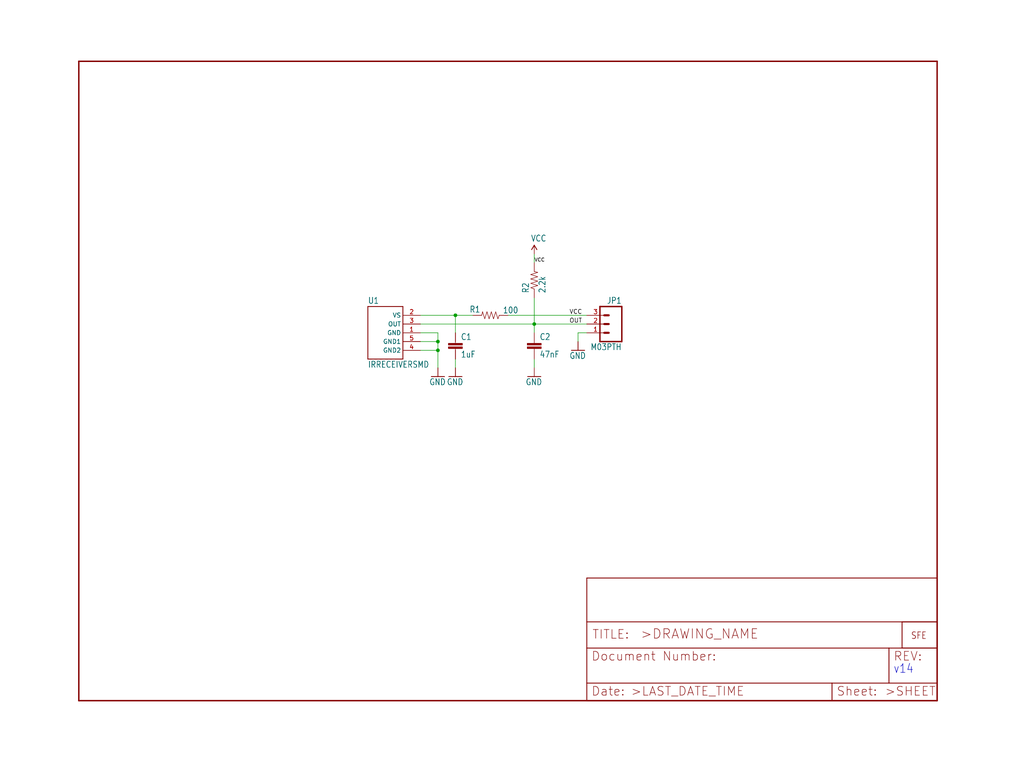
<source format=kicad_sch>
(kicad_sch (version 20211123) (generator eeschema)
  (paper "User" 297.002 223.926)
  (lib_symbols
    (symbol "eagleSchem-eagle-import:3.3V" (power)
      (property "Value" "3.3V" (at -1.016 3.556 0))
      (symbol "3.3V_1_0"
        (polyline (pts (xy 0 2.54) (xy -0.762 1.27)) (stroke (width 0.254)))
        (polyline (pts (xy 0.762 1.27) (xy 0 2.54)) (stroke (width 0.254)))
        (pin power_in line (at 0 0 90) (length 2.54) (name "3.3V") (number "1"))
      )
    )
    (symbol "eagleSchem-eagle-import:CAP0603-CAP"
      (property "Reference" "C" (at 1.524 2.921 0))
      (property "Value" "CAP0603-CAP" (at 1.524 -2.159 0))
      (symbol "CAP0603-CAP_1_0"
        (rectangle (start -2.032 0.508) (end 2.032 1.016) (fill (type outline)))
        (rectangle (start -2.032 1.524) (end 2.032 2.032) (fill (type outline)))
        (polyline (pts (xy 0 0) (xy 0 0.508)) (stroke (width 0.1524)))
        (polyline (pts (xy 0 2.54) (xy 0 2.032)) (stroke (width 0.1524)))
        (pin passive line (at 0 5.08 270) (length 2.54) (name "1") (number "1"))
        (pin passive line (at 0 -2.54 90) (length 2.54) (name "2") (number "2"))
      )
    )
    (symbol "eagleSchem-eagle-import:FRAME-LETTER"
      (symbol "FRAME-LETTER_1_0"
        (polyline (pts (xy 0 0) (xy 248.92 0)) (stroke (width 0.4064)))
        (polyline (pts (xy 0 185.42) (xy 0 0)) (stroke (width 0.4064)))
        (polyline (pts (xy 0 185.42) (xy 248.92 185.42)) (stroke (width 0.4064)))
        (polyline (pts (xy 248.92 185.42) (xy 248.92 0)) (stroke (width 0.4064)))
      )
      (symbol "FRAME-LETTER_2_0"
        (polyline (pts (xy 0 0) (xy 0 5.08)) (stroke (width 0.254)))
        (polyline (pts (xy 0 0) (xy 71.12 0)) (stroke (width 0.254)))
        (polyline (pts (xy 0 5.08) (xy 0 15.24)) (stroke (width 0.254)))
        (polyline (pts (xy 0 5.08) (xy 71.12 5.08)) (stroke (width 0.254)))
        (polyline (pts (xy 0 15.24) (xy 0 22.86)) (stroke (width 0.254)))
        (polyline (pts (xy 0 22.86) (xy 0 35.56)) (stroke (width 0.254)))
        (polyline (pts (xy 0 22.86) (xy 101.6 22.86)) (stroke (width 0.254)))
        (polyline (pts (xy 71.12 0) (xy 101.6 0)) (stroke (width 0.254)))
        (polyline (pts (xy 71.12 5.08) (xy 71.12 0)) (stroke (width 0.254)))
        (polyline (pts (xy 71.12 5.08) (xy 87.63 5.08)) (stroke (width 0.254)))
        (polyline (pts (xy 87.63 5.08) (xy 101.6 5.08)) (stroke (width 0.254)))
        (polyline (pts (xy 87.63 15.24) (xy 0 15.24)) (stroke (width 0.254)))
        (polyline (pts (xy 87.63 15.24) (xy 87.63 5.08)) (stroke (width 0.254)))
        (polyline (pts (xy 101.6 5.08) (xy 101.6 0)) (stroke (width 0.254)))
        (polyline (pts (xy 101.6 15.24) (xy 87.63 15.24)) (stroke (width 0.254)))
        (polyline (pts (xy 101.6 15.24) (xy 101.6 5.08)) (stroke (width 0.254)))
        (polyline (pts (xy 101.6 22.86) (xy 101.6 15.24)) (stroke (width 0.254)))
        (polyline (pts (xy 101.6 35.56) (xy 0 35.56)) (stroke (width 0.254)))
        (polyline (pts (xy 101.6 35.56) (xy 101.6 22.86)) (stroke (width 0.254)))
        (text ">DRAWING_NAME" (at 15.494 17.78 0) (effects (font (size 2.7432 2.7432)) (justify left bottom)))
        (text ">LAST_DATE_TIME" (at 12.7 1.27 0) (effects (font (size 2.54 2.54)) (justify left bottom)))
        (text ">SHEET" (at 86.36 1.27 0) (effects (font (size 2.54 2.54)) (justify left bottom)))
        (text "Date:" (at 1.27 1.27 0) (effects (font (size 2.54 2.54)) (justify left bottom)))
        (text "Document Number:" (at 1.27 11.43 0) (effects (font (size 2.54 2.54)) (justify left bottom)))
        (text "REV:" (at 88.9 11.43 0) (effects (font (size 2.54 2.54)) (justify left bottom)))
        (text "Sheet:" (at 72.39 1.27 0) (effects (font (size 2.54 2.54)) (justify left bottom)))
        (text "TITLE:" (at 1.524 17.78 0) (effects (font (size 2.54 2.54)) (justify left bottom)))
      )
    )
    (symbol "eagleSchem-eagle-import:GND" (power)
      (property "Value" "GND" (at -2.54 -2.54 0))
      (symbol "GND_1_0"
        (polyline (pts (xy -1.905 0) (xy 1.905 0)) (stroke (width 0.254)))
        (pin power_in line (at 0 2.54 270) (length 2.54) (name "GND") (number "1"))
      )
    )
    (symbol "eagleSchem-eagle-import:IRRECEIVERSMD"
      (property "Value" "IRRECEIVERSMD" (at -5.08 -10.16 0))
      (symbol "IRRECEIVERSMD_1_0"
        (polyline (pts (xy -5.08 -7.62) (xy 5.08 -7.62)) (stroke (width 0.254)))
        (polyline (pts (xy -5.08 7.62) (xy -5.08 -7.62)) (stroke (width 0.254)))
        (polyline (pts (xy 5.08 -7.62) (xy 5.08 7.62)) (stroke (width 0.254)))
        (polyline (pts (xy 5.08 7.62) (xy -5.08 7.62)) (stroke (width 0.254)))
        (pin bidirectional line (at 10.16 0 180) (length 5.08) (name "GND") (number "1"))
        (pin bidirectional line (at 10.16 5.08 180) (length 5.08) (name "VS") (number "2"))
        (pin bidirectional line (at 10.16 2.54 180) (length 5.08) (name "OUT") (number "3"))
        (pin bidirectional line (at 10.16 -5.08 180) (length 5.08) (name "GND2") (number "4"))
        (pin bidirectional line (at 10.16 -2.54 180) (length 5.08) (name "GND1") (number "5"))
      )
    )
    (symbol "eagleSchem-eagle-import:LOGO-SFESK"
      (symbol "LOGO-SFESK_1_0"
        (polyline (pts (xy -2.54 -2.54) (xy 7.62 -2.54)) (stroke (width 0.254)))
        (polyline (pts (xy -2.54 5.08) (xy -2.54 -2.54)) (stroke (width 0.254)))
        (polyline (pts (xy 7.62 -2.54) (xy 7.62 5.08)) (stroke (width 0.254)))
        (polyline (pts (xy 7.62 5.08) (xy -2.54 5.08)) (stroke (width 0.254)))
        (text "SFE" (at 0 0 0) (effects (font (size 1.9304 1.6408)) (justify left bottom)))
      )
    )
    (symbol "eagleSchem-eagle-import:M03PTH"
      (property "Reference" "JP" (at -2.54 5.842 0))
      (property "Value" "M03PTH" (at -2.54 -7.62 0))
      (symbol "M03PTH_1_0"
        (polyline (pts (xy -2.54 5.08) (xy -2.54 -5.08)) (stroke (width 0.4064)))
        (polyline (pts (xy -2.54 5.08) (xy 3.81 5.08)) (stroke (width 0.4064)))
        (polyline (pts (xy 1.27 -2.54) (xy 2.54 -2.54)) (stroke (width 0.6096)))
        (polyline (pts (xy 1.27 0) (xy 2.54 0)) (stroke (width 0.6096)))
        (polyline (pts (xy 1.27 2.54) (xy 2.54 2.54)) (stroke (width 0.6096)))
        (polyline (pts (xy 3.81 -5.08) (xy -2.54 -5.08)) (stroke (width 0.4064)))
        (polyline (pts (xy 3.81 -5.08) (xy 3.81 5.08)) (stroke (width 0.4064)))
        (pin passive line (at 7.62 -2.54 180) (length 5.08) (name "1") (number "1"))
        (pin passive line (at 7.62 0 180) (length 5.08) (name "2") (number "2"))
        (pin passive line (at 7.62 2.54 180) (length 5.08) (name "3") (number "3"))
      )
    )
    (symbol "eagleSchem-eagle-import:RESISTOR0603-RES"
      (property "Reference" "R" (at -3.81 1.4986 0))
      (property "Value" "RESISTOR0603-RES" (at -3.81 -3.302 0))
      (symbol "RESISTOR0603-RES_1_0"
        (polyline (pts (xy -2.54 0) (xy -2.159 1.016)) (stroke (width 0.1524)))
        (polyline (pts (xy -2.159 1.016) (xy -1.524 -1.016)) (stroke (width 0.1524)))
        (polyline (pts (xy -1.524 -1.016) (xy -0.889 1.016)) (stroke (width 0.1524)))
        (polyline (pts (xy -0.889 1.016) (xy -0.254 -1.016)) (stroke (width 0.1524)))
        (polyline (pts (xy -0.254 -1.016) (xy 0.381 1.016)) (stroke (width 0.1524)))
        (polyline (pts (xy 0.381 1.016) (xy 1.016 -1.016)) (stroke (width 0.1524)))
        (polyline (pts (xy 1.016 -1.016) (xy 1.651 1.016)) (stroke (width 0.1524)))
        (polyline (pts (xy 1.651 1.016) (xy 2.286 -1.016)) (stroke (width 0.1524)))
        (polyline (pts (xy 2.286 -1.016) (xy 2.54 0)) (stroke (width 0.1524)))
        (pin passive line (at -5.08 0 0) (length 2.54) (name "1") (number "1"))
        (pin passive line (at 5.08 0 180) (length 2.54) (name "2") (number "2"))
      )
    )
  )
  (junction (at 127 99.06))
  (junction (at 127 101.6))
  (junction (at 132.08 91.44))
  (junction (at 154.94 93.98))
  (wire (pts (xy 154.94 93.98) (xy 170.18 93.98)))
  (wire (pts (xy 132.08 96.52) (xy 132.08 91.44)))
  (wire (pts (xy 121.92 91.44) (xy 132.08 91.44)))
  (wire (pts (xy 121.92 96.52) (xy 127 96.52)))
  (wire (pts (xy 167.64 96.52) (xy 167.64 99.06)))
  (wire (pts (xy 132.08 104.14) (xy 132.08 106.68)))
  (wire (pts (xy 121.92 99.06) (xy 127 99.06)))
  (wire (pts (xy 127 101.6) (xy 127 106.68)))
  (wire (pts (xy 127 96.52) (xy 127 99.06)))
  (wire (pts (xy 147.32 91.44) (xy 170.18 91.44)))
  (wire (pts (xy 170.18 96.52) (xy 167.64 96.52)))
  (wire (pts (xy 121.92 101.6) (xy 127 101.6)))
  (wire (pts (xy 154.94 93.98) (xy 154.94 86.36)))
  (wire (pts (xy 127 99.06) (xy 127 101.6)))
  (wire (pts (xy 154.94 104.14) (xy 154.94 106.68)))
  (wire (pts (xy 132.08 91.44) (xy 137.16 91.44)))
  (wire (pts (xy 154.94 96.52) (xy 154.94 93.98)))
  (wire (pts (xy 154.94 76.2) (xy 154.94 73.66)))
  (wire (pts (xy 121.92 93.98) (xy 154.94 93.98)))
  (text "v14" (at 259.08 195.58 180) (effects (font (size 2.54 2.159)) (justify left bottom)))
  (label "VCC" (at 154.94 76.2 0) (effects (font (size 1.016 1.016))))
  (label "VCC" (at 165.1 91.44 0) (effects (font (size 1.2446 1.2446))))
  (label "OUT" (at 165.1 93.98 0) (effects (font (size 1.2446 1.2446))))
  (symbol (lib_id "eagleSchem-eagle-import:GND") (at 167.64 101.6 0) (unit 1)
    (property "Reference" "#GND4" (effects hide))
    (property "Value" "GND" (at 165.1 104.14 0) (effects (font (size 1.778 1.5113)) (justify left bottom)))
    (property "Footprint" "eagleSchem:" (effects hide))
  )
  (symbol (lib_id "eagleSchem-eagle-import:RESISTOR0603-RES") (at 142.24 91.44 180) (unit 1)
    (property "Reference" "R1" (at 136.144 90.7034 0) (effects (font (size 1.778 1.5113)) (justify right top)))
    (property "Value" "100" (at 145.796 90.932 0) (effects (font (size 1.778 1.5113)) (justify right top)))
    (property "Footprint" "eagleSchem:0603-RES" (effects hide))
  )
  (symbol (lib_id "eagleSchem-eagle-import:M03PTH") (at 177.8 93.98 0) (mirror y) (unit 1)
    (property "Reference" "JP1" (at 180.34 88.138 0) (effects (font (size 1.778 1.5113)) (justify left bottom)))
    (property "Value" "M03PTH" (at 180.34 101.6 0) (effects (font (size 1.778 1.5113)) (justify left bottom)))
    (property "Footprint" "eagleSchem:1X03" (effects hide))
  )
  (symbol (lib_id "eagleSchem-eagle-import:CAP0603-CAP") (at 154.94 101.6 0) (unit 1)
    (property "Reference" "C2" (at 156.464 98.679 0) (effects (font (size 1.778 1.5113)) (justify left bottom)))
    (property "Value" "47nF" (at 156.464 103.759 0) (effects (font (size 1.778 1.5113)) (justify left bottom)))
    (property "Footprint" "eagleSchem:0603-CAP" (effects hide))
  )
  (symbol (lib_id "eagleSchem-eagle-import:IRRECEIVERSMD") (at 111.76 96.52 0) (unit 1)
    (property "Reference" "U1" (at 106.68 88.138 0) (effects (font (size 1.778 1.5113)) (justify left bottom)))
    (property "Value" "IRRECEIVERSMD" (at 106.68 106.68 0) (effects (font (size 1.778 1.5113)) (justify left bottom)))
    (property "Footprint" "eagleSchem:TSOP8523" (effects hide))
  )
  (symbol (lib_id "eagleSchem-eagle-import:FRAME-LETTER") (at 22.86 203.2 0) (unit 1)
    (property "Reference" "#FRAME1" (effects hide))
    (property "Value" "FRAME-LETTER" (effects hide))
    (property "Footprint" "eagleSchem:" (effects hide))
  )
  (symbol (lib_id "eagleSchem-eagle-import:GND") (at 127 109.22 0) (unit 1)
    (property "Reference" "#GND3" (effects hide))
    (property "Value" "GND" (at 124.46 111.76 0) (effects (font (size 1.778 1.5113)) (justify left bottom)))
    (property "Footprint" "eagleSchem:" (effects hide))
  )
  (symbol (lib_id "eagleSchem-eagle-import:GND") (at 154.94 109.22 0) (unit 1)
    (property "Reference" "#GND2" (effects hide))
    (property "Value" "GND" (at 152.4 111.76 0) (effects (font (size 1.778 1.5113)) (justify left bottom)))
    (property "Footprint" "eagleSchem:" (effects hide))
  )
  (symbol (lib_id "eagleSchem-eagle-import:3.3V") (at 154.94 73.66 0) (unit 1)
    (property "Reference" "#VCC0" (effects hide))
    (property "Value" "VCC" (at 153.924 70.104 0) (effects (font (size 1.778 1.5113)) (justify left bottom)))
    (property "Footprint" "eagleSchem:" (effects hide))
  )
  (symbol (lib_id "eagleSchem-eagle-import:RESISTOR0603-RES") (at 154.94 81.28 90) (unit 1)
    (property "Reference" "R2" (at 153.4414 85.09 0) (effects (font (size 1.778 1.5113)) (justify left bottom)))
    (property "Value" "2.2k" (at 158.242 85.09 0) (effects (font (size 1.778 1.5113)) (justify left bottom)))
    (property "Footprint" "eagleSchem:0603-RES" (effects hide))
  )
  (symbol (lib_id "eagleSchem-eagle-import:LOGO-SFESK") (at 264.16 185.42 0) (unit 1)
    (property "Reference" "U$1" (effects hide))
    (property "Value" "LOGO-SFESK" (effects hide))
    (property "Footprint" "eagleSchem:SFE-LOGO-FLAME" (effects hide))
  )
  (symbol (lib_id "eagleSchem-eagle-import:GND") (at 132.08 109.22 0) (unit 1)
    (property "Reference" "#GND1" (effects hide))
    (property "Value" "GND" (at 129.54 111.76 0) (effects (font (size 1.778 1.5113)) (justify left bottom)))
    (property "Footprint" "eagleSchem:" (effects hide))
  )
  (symbol (lib_id "eagleSchem-eagle-import:FRAME-LETTER") (at 170.18 203.2 0) (unit 2)
    (property "Reference" "#FRAME1" (effects hide))
    (property "Value" "FRAME-LETTER" (effects hide))
    (property "Footprint" "eagleSchem:" (effects hide))
  )
  (symbol (lib_id "eagleSchem-eagle-import:CAP0603-CAP") (at 132.08 101.6 0) (unit 1)
    (property "Reference" "C1" (at 133.604 98.679 0) (effects (font (size 1.778 1.5113)) (justify left bottom)))
    (property "Value" "1uF" (at 133.604 103.759 0) (effects (font (size 1.778 1.5113)) (justify left bottom)))
    (property "Footprint" "eagleSchem:0603-CAP" (effects hide))
  )
)
</source>
